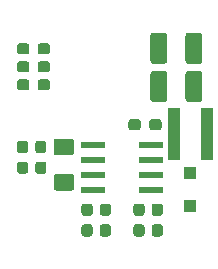
<source format=gbr>
%TF.GenerationSoftware,KiCad,Pcbnew,5.1.6-c6e7f7d~87~ubuntu18.04.1*%
%TF.CreationDate,2020-09-01T16:33:05-07:00*%
%TF.ProjectId,feather-power-supply-sw-smd,66656174-6865-4722-9d70-6f7765722d73,rev?*%
%TF.SameCoordinates,Original*%
%TF.FileFunction,Paste,Top*%
%TF.FilePolarity,Positive*%
%FSLAX46Y46*%
G04 Gerber Fmt 4.6, Leading zero omitted, Abs format (unit mm)*
G04 Created by KiCad (PCBNEW 5.1.6-c6e7f7d~87~ubuntu18.04.1) date 2020-09-01 16:33:05*
%MOMM*%
%LPD*%
G01*
G04 APERTURE LIST*
%ADD10R,1.000000X4.400000*%
%ADD11R,1.100000X1.100000*%
%ADD12R,2.000000X0.600000*%
G04 APERTURE END LIST*
D10*
%TO.C,L1*%
X136045800Y-85496400D03*
X133295800Y-85496400D03*
%TD*%
%TO.C,C4*%
G36*
G01*
X132702000Y-80408200D02*
X132702000Y-82558200D01*
G75*
G02*
X132452000Y-82808200I-250000J0D01*
G01*
X131527000Y-82808200D01*
G75*
G02*
X131277000Y-82558200I0J250000D01*
G01*
X131277000Y-80408200D01*
G75*
G02*
X131527000Y-80158200I250000J0D01*
G01*
X132452000Y-80158200D01*
G75*
G02*
X132702000Y-80408200I0J-250000D01*
G01*
G37*
G36*
G01*
X135677000Y-80408200D02*
X135677000Y-82558200D01*
G75*
G02*
X135427000Y-82808200I-250000J0D01*
G01*
X134502000Y-82808200D01*
G75*
G02*
X134252000Y-82558200I0J250000D01*
G01*
X134252000Y-80408200D01*
G75*
G02*
X134502000Y-80158200I250000J0D01*
G01*
X135427000Y-80158200D01*
G75*
G02*
X135677000Y-80408200I0J-250000D01*
G01*
G37*
%TD*%
%TO.C,C9*%
G36*
G01*
X121736600Y-81568300D02*
X121736600Y-81093300D01*
G75*
G02*
X121974100Y-80855800I237500J0D01*
G01*
X122549100Y-80855800D01*
G75*
G02*
X122786600Y-81093300I0J-237500D01*
G01*
X122786600Y-81568300D01*
G75*
G02*
X122549100Y-81805800I-237500J0D01*
G01*
X121974100Y-81805800D01*
G75*
G02*
X121736600Y-81568300I0J237500D01*
G01*
G37*
G36*
G01*
X119986600Y-81568300D02*
X119986600Y-81093300D01*
G75*
G02*
X120224100Y-80855800I237500J0D01*
G01*
X120799100Y-80855800D01*
G75*
G02*
X121036600Y-81093300I0J-237500D01*
G01*
X121036600Y-81568300D01*
G75*
G02*
X120799100Y-81805800I-237500J0D01*
G01*
X120224100Y-81805800D01*
G75*
G02*
X119986600Y-81568300I0J237500D01*
G01*
G37*
%TD*%
%TO.C,C6*%
G36*
G01*
X132702000Y-77169700D02*
X132702000Y-79319700D01*
G75*
G02*
X132452000Y-79569700I-250000J0D01*
G01*
X131527000Y-79569700D01*
G75*
G02*
X131277000Y-79319700I0J250000D01*
G01*
X131277000Y-77169700D01*
G75*
G02*
X131527000Y-76919700I250000J0D01*
G01*
X132452000Y-76919700D01*
G75*
G02*
X132702000Y-77169700I0J-250000D01*
G01*
G37*
G36*
G01*
X135677000Y-77169700D02*
X135677000Y-79319700D01*
G75*
G02*
X135427000Y-79569700I-250000J0D01*
G01*
X134502000Y-79569700D01*
G75*
G02*
X134252000Y-79319700I0J250000D01*
G01*
X134252000Y-77169700D01*
G75*
G02*
X134502000Y-76919700I250000J0D01*
G01*
X135427000Y-76919700D01*
G75*
G02*
X135677000Y-77169700I0J-250000D01*
G01*
G37*
%TD*%
%TO.C,R2*%
G36*
G01*
X121736600Y-80044300D02*
X121736600Y-79569300D01*
G75*
G02*
X121974100Y-79331800I237500J0D01*
G01*
X122549100Y-79331800D01*
G75*
G02*
X122786600Y-79569300I0J-237500D01*
G01*
X122786600Y-80044300D01*
G75*
G02*
X122549100Y-80281800I-237500J0D01*
G01*
X121974100Y-80281800D01*
G75*
G02*
X121736600Y-80044300I0J237500D01*
G01*
G37*
G36*
G01*
X119986600Y-80044300D02*
X119986600Y-79569300D01*
G75*
G02*
X120224100Y-79331800I237500J0D01*
G01*
X120799100Y-79331800D01*
G75*
G02*
X121036600Y-79569300I0J-237500D01*
G01*
X121036600Y-80044300D01*
G75*
G02*
X120799100Y-80281800I-237500J0D01*
G01*
X120224100Y-80281800D01*
G75*
G02*
X119986600Y-80044300I0J237500D01*
G01*
G37*
%TD*%
%TO.C,C7*%
G36*
G01*
X120222000Y-87827600D02*
X120697000Y-87827600D01*
G75*
G02*
X120934500Y-88065100I0J-237500D01*
G01*
X120934500Y-88640100D01*
G75*
G02*
X120697000Y-88877600I-237500J0D01*
G01*
X120222000Y-88877600D01*
G75*
G02*
X119984500Y-88640100I0J237500D01*
G01*
X119984500Y-88065100D01*
G75*
G02*
X120222000Y-87827600I237500J0D01*
G01*
G37*
G36*
G01*
X120222000Y-86077600D02*
X120697000Y-86077600D01*
G75*
G02*
X120934500Y-86315100I0J-237500D01*
G01*
X120934500Y-86890100D01*
G75*
G02*
X120697000Y-87127600I-237500J0D01*
G01*
X120222000Y-87127600D01*
G75*
G02*
X119984500Y-86890100I0J237500D01*
G01*
X119984500Y-86315100D01*
G75*
G02*
X120222000Y-86077600I237500J0D01*
G01*
G37*
%TD*%
%TO.C,C8*%
G36*
G01*
X121771400Y-87827600D02*
X122246400Y-87827600D01*
G75*
G02*
X122483900Y-88065100I0J-237500D01*
G01*
X122483900Y-88640100D01*
G75*
G02*
X122246400Y-88877600I-237500J0D01*
G01*
X121771400Y-88877600D01*
G75*
G02*
X121533900Y-88640100I0J237500D01*
G01*
X121533900Y-88065100D01*
G75*
G02*
X121771400Y-87827600I237500J0D01*
G01*
G37*
G36*
G01*
X121771400Y-86077600D02*
X122246400Y-86077600D01*
G75*
G02*
X122483900Y-86315100I0J-237500D01*
G01*
X122483900Y-86890100D01*
G75*
G02*
X122246400Y-87127600I-237500J0D01*
G01*
X121771400Y-87127600D01*
G75*
G02*
X121533900Y-86890100I0J237500D01*
G01*
X121533900Y-86315100D01*
G75*
G02*
X121771400Y-86077600I237500J0D01*
G01*
G37*
%TD*%
%TO.C,C2*%
G36*
G01*
X123339700Y-88862200D02*
X124589700Y-88862200D01*
G75*
G02*
X124839700Y-89112200I0J-250000D01*
G01*
X124839700Y-90037200D01*
G75*
G02*
X124589700Y-90287200I-250000J0D01*
G01*
X123339700Y-90287200D01*
G75*
G02*
X123089700Y-90037200I0J250000D01*
G01*
X123089700Y-89112200D01*
G75*
G02*
X123339700Y-88862200I250000J0D01*
G01*
G37*
G36*
G01*
X123339700Y-85887200D02*
X124589700Y-85887200D01*
G75*
G02*
X124839700Y-86137200I0J-250000D01*
G01*
X124839700Y-87062200D01*
G75*
G02*
X124589700Y-87312200I-250000J0D01*
G01*
X123339700Y-87312200D01*
G75*
G02*
X123089700Y-87062200I0J250000D01*
G01*
X123089700Y-86137200D01*
G75*
G02*
X123339700Y-85887200I250000J0D01*
G01*
G37*
%TD*%
%TO.C,R4*%
G36*
G01*
X127232400Y-93136200D02*
X127707400Y-93136200D01*
G75*
G02*
X127944900Y-93373700I0J-237500D01*
G01*
X127944900Y-93948700D01*
G75*
G02*
X127707400Y-94186200I-237500J0D01*
G01*
X127232400Y-94186200D01*
G75*
G02*
X126994900Y-93948700I0J237500D01*
G01*
X126994900Y-93373700D01*
G75*
G02*
X127232400Y-93136200I237500J0D01*
G01*
G37*
G36*
G01*
X127232400Y-91386200D02*
X127707400Y-91386200D01*
G75*
G02*
X127944900Y-91623700I0J-237500D01*
G01*
X127944900Y-92198700D01*
G75*
G02*
X127707400Y-92436200I-237500J0D01*
G01*
X127232400Y-92436200D01*
G75*
G02*
X126994900Y-92198700I0J237500D01*
G01*
X126994900Y-91623700D01*
G75*
G02*
X127232400Y-91386200I237500J0D01*
G01*
G37*
%TD*%
D11*
%TO.C,D1*%
X134658100Y-91633500D03*
X134658100Y-88833500D03*
%TD*%
D12*
%TO.C,U1*%
X126442300Y-88950800D03*
X131342300Y-86410800D03*
X131342300Y-87680800D03*
X131342300Y-88950800D03*
X131342300Y-90220800D03*
X126442300Y-90220800D03*
X126442300Y-87680800D03*
X126442300Y-86410800D03*
%TD*%
%TO.C,R3*%
G36*
G01*
X130077200Y-93136200D02*
X130552200Y-93136200D01*
G75*
G02*
X130789700Y-93373700I0J-237500D01*
G01*
X130789700Y-93948700D01*
G75*
G02*
X130552200Y-94186200I-237500J0D01*
G01*
X130077200Y-94186200D01*
G75*
G02*
X129839700Y-93948700I0J237500D01*
G01*
X129839700Y-93373700D01*
G75*
G02*
X130077200Y-93136200I237500J0D01*
G01*
G37*
G36*
G01*
X130077200Y-91386200D02*
X130552200Y-91386200D01*
G75*
G02*
X130789700Y-91623700I0J-237500D01*
G01*
X130789700Y-92198700D01*
G75*
G02*
X130552200Y-92436200I-237500J0D01*
G01*
X130077200Y-92436200D01*
G75*
G02*
X129839700Y-92198700I0J237500D01*
G01*
X129839700Y-91623700D01*
G75*
G02*
X130077200Y-91386200I237500J0D01*
G01*
G37*
%TD*%
%TO.C,C5*%
G36*
G01*
X125683000Y-93136200D02*
X126158000Y-93136200D01*
G75*
G02*
X126395500Y-93373700I0J-237500D01*
G01*
X126395500Y-93948700D01*
G75*
G02*
X126158000Y-94186200I-237500J0D01*
G01*
X125683000Y-94186200D01*
G75*
G02*
X125445500Y-93948700I0J237500D01*
G01*
X125445500Y-93373700D01*
G75*
G02*
X125683000Y-93136200I237500J0D01*
G01*
G37*
G36*
G01*
X125683000Y-91386200D02*
X126158000Y-91386200D01*
G75*
G02*
X126395500Y-91623700I0J-237500D01*
G01*
X126395500Y-92198700D01*
G75*
G02*
X126158000Y-92436200I-237500J0D01*
G01*
X125683000Y-92436200D01*
G75*
G02*
X125445500Y-92198700I0J237500D01*
G01*
X125445500Y-91623700D01*
G75*
G02*
X125683000Y-91386200I237500J0D01*
G01*
G37*
%TD*%
%TO.C,C3*%
G36*
G01*
X132101600Y-92436200D02*
X131626600Y-92436200D01*
G75*
G02*
X131389100Y-92198700I0J237500D01*
G01*
X131389100Y-91623700D01*
G75*
G02*
X131626600Y-91386200I237500J0D01*
G01*
X132101600Y-91386200D01*
G75*
G02*
X132339100Y-91623700I0J-237500D01*
G01*
X132339100Y-92198700D01*
G75*
G02*
X132101600Y-92436200I-237500J0D01*
G01*
G37*
G36*
G01*
X132101600Y-94186200D02*
X131626600Y-94186200D01*
G75*
G02*
X131389100Y-93948700I0J237500D01*
G01*
X131389100Y-93373700D01*
G75*
G02*
X131626600Y-93136200I237500J0D01*
G01*
X132101600Y-93136200D01*
G75*
G02*
X132339100Y-93373700I0J-237500D01*
G01*
X132339100Y-93948700D01*
G75*
G02*
X132101600Y-94186200I-237500J0D01*
G01*
G37*
%TD*%
%TO.C,C1*%
G36*
G01*
X131172700Y-84946500D02*
X131172700Y-84471500D01*
G75*
G02*
X131410200Y-84234000I237500J0D01*
G01*
X131985200Y-84234000D01*
G75*
G02*
X132222700Y-84471500I0J-237500D01*
G01*
X132222700Y-84946500D01*
G75*
G02*
X131985200Y-85184000I-237500J0D01*
G01*
X131410200Y-85184000D01*
G75*
G02*
X131172700Y-84946500I0J237500D01*
G01*
G37*
G36*
G01*
X129422700Y-84946500D02*
X129422700Y-84471500D01*
G75*
G02*
X129660200Y-84234000I237500J0D01*
G01*
X130235200Y-84234000D01*
G75*
G02*
X130472700Y-84471500I0J-237500D01*
G01*
X130472700Y-84946500D01*
G75*
G02*
X130235200Y-85184000I-237500J0D01*
G01*
X129660200Y-85184000D01*
G75*
G02*
X129422700Y-84946500I0J237500D01*
G01*
G37*
%TD*%
%TO.C,R1*%
G36*
G01*
X121736600Y-78520300D02*
X121736600Y-78045300D01*
G75*
G02*
X121974100Y-77807800I237500J0D01*
G01*
X122549100Y-77807800D01*
G75*
G02*
X122786600Y-78045300I0J-237500D01*
G01*
X122786600Y-78520300D01*
G75*
G02*
X122549100Y-78757800I-237500J0D01*
G01*
X121974100Y-78757800D01*
G75*
G02*
X121736600Y-78520300I0J237500D01*
G01*
G37*
G36*
G01*
X119986600Y-78520300D02*
X119986600Y-78045300D01*
G75*
G02*
X120224100Y-77807800I237500J0D01*
G01*
X120799100Y-77807800D01*
G75*
G02*
X121036600Y-78045300I0J-237500D01*
G01*
X121036600Y-78520300D01*
G75*
G02*
X120799100Y-78757800I-237500J0D01*
G01*
X120224100Y-78757800D01*
G75*
G02*
X119986600Y-78520300I0J237500D01*
G01*
G37*
%TD*%
M02*

</source>
